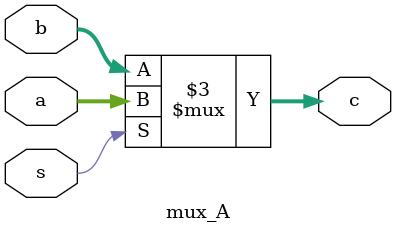
<source format=v>
module mux_A (input [15:0] a, b, input s, output reg [15:0] c);

	always@(*) begin

		if (s)
			c = a;
		else
			c = b;
	end

endmodule

</source>
